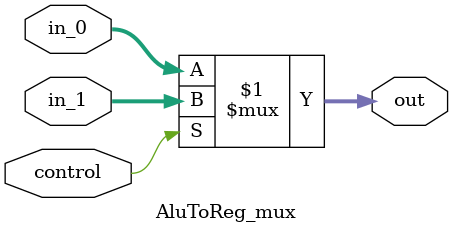
<source format=v>
module AluToReg_mux (
    input wire control,
    
    input wire [31:0] in_0, // ALU Result - 0
    input wire [31:0] in_1, // Flag LT - 1

    output wire[31:0] out
);
    assign out = control ? in_1 : in_0;
endmodule

</source>
